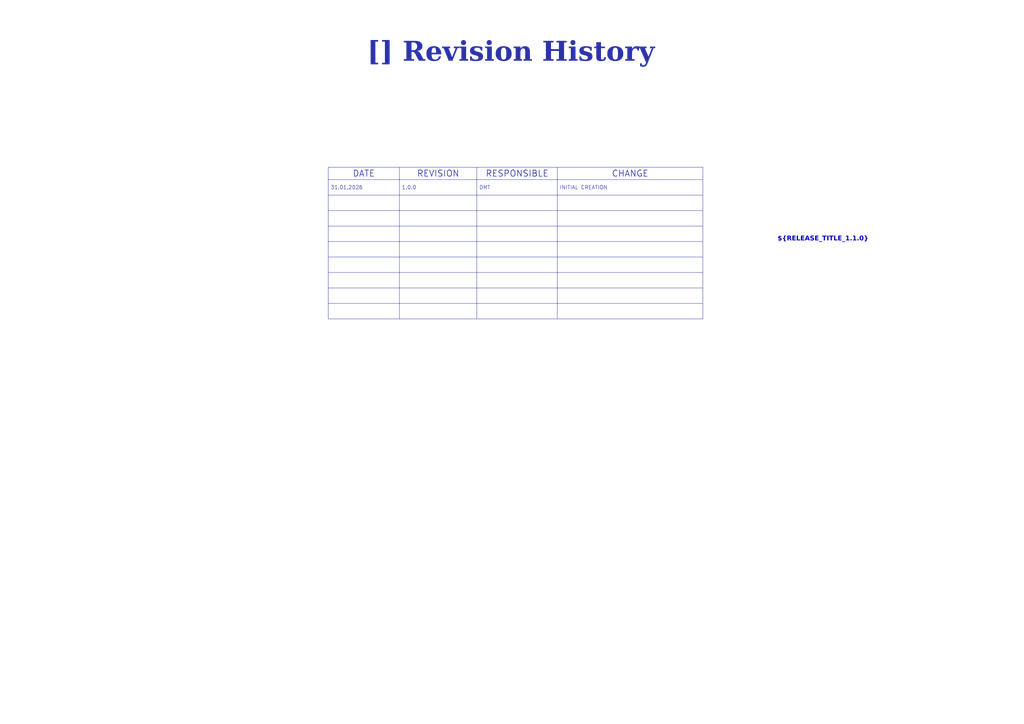
<source format=kicad_sch>
(kicad_sch
	(version 20250114)
	(generator "eeschema")
	(generator_version "9.0")
	(uuid "ea8c4f5e-7a49-4faf-a994-dbc85ed86b0a")
	(paper "A3")
	(title_block
		(title "Revision History")
		(date "2026-01-31")
		(rev "${REVISION}")
		(company "${COMPANY}")
	)
	(lib_symbols)
	(text_box "[${#}] ${TITLE}"
		(exclude_from_sim no)
		(at 12.7 15.24 0)
		(size 393.7 12.7)
		(margins 4.4999 4.4999 4.4999 4.4999)
		(stroke
			(width -0.0001)
			(type solid)
		)
		(fill
			(type none)
		)
		(effects
			(font
				(face "Times New Roman")
				(size 8 8)
				(thickness 1.2)
				(bold yes)
				(color 43 49 168 1)
			)
		)
		(uuid "20a0a094-ac98-46df-bdac-21d5721f7697")
	)
	(text_box "${RELEASE_TITLE_1.1.0}"
		(exclude_from_sim no)
		(at 317.5 95.25 0)
		(size 57.15 7.62)
		(margins 1.4287 1.4287 1.4287 1.4287)
		(stroke
			(width -0.0001)
			(type default)
		)
		(fill
			(type none)
		)
		(effects
			(font
				(face "Arial")
				(size 1.905 1.905)
				(thickness 0.254)
				(bold yes)
			)
			(justify left top)
		)
		(uuid "f47af890-f55a-44bf-b54f-b7df3adde008")
	)
	(table
		(column_count 4)
		(border
			(external yes)
			(header yes)
			(stroke
				(width 0)
				(type solid)
				(color 43 49 168 1)
			)
		)
		(separators
			(rows yes)
			(cols yes)
			(stroke
				(width 0)
				(type solid)
				(color 43 49 168 1)
			)
		)
		(column_widths 29.21 31.75 33.02 59.69)
		(row_heights 5.08 6.35 6.35 6.35 6.35 6.35 6.35 6.35 6.35 6.35)
		(cells
			(table_cell "DATE"
				(exclude_from_sim no)
				(at 134.62 68.58 0)
				(size 29.21 5.08)
				(margins 0.9525 0.9525 0.9525 0.9525)
				(span 1 1)
				(fill
					(type none)
				)
				(effects
					(font
						(size 2.54 2.54)
						(thickness 0.254)
						(bold yes)
						(color 43 49 168 1)
					)
				)
				(uuid "16d3312a-dd6f-4b7b-9fa6-38979e59d98e")
			)
			(table_cell "REVISION"
				(exclude_from_sim no)
				(at 163.83 68.58 0)
				(size 31.75 5.08)
				(margins 0.9525 0.9525 0.9525 0.9525)
				(span 1 1)
				(fill
					(type none)
				)
				(effects
					(font
						(size 2.54 2.54)
						(thickness 0.254)
						(bold yes)
						(color 43 49 168 1)
					)
				)
				(uuid "6cc6e718-7cfc-4fff-a1bf-3657f4bf5fd3")
			)
			(table_cell "RESPONSIBLE"
				(exclude_from_sim no)
				(at 195.58 68.58 0)
				(size 33.02 5.08)
				(margins 0.9525 0.9525 0.9525 0.9525)
				(span 1 1)
				(fill
					(type none)
				)
				(effects
					(font
						(size 2.54 2.54)
						(thickness 0.254)
						(bold yes)
						(color 43 49 168 1)
					)
				)
				(uuid "693f57fd-a39f-4138-abba-78c321743fcc")
			)
			(table_cell "CHANGE"
				(exclude_from_sim no)
				(at 228.6 68.58 0)
				(size 59.69 5.08)
				(margins 0.9525 0.9525 0.9525 0.9525)
				(span 1 1)
				(fill
					(type none)
				)
				(effects
					(font
						(size 2.54 2.54)
						(thickness 0.254)
						(bold yes)
						(color 43 49 168 1)
					)
				)
				(uuid "2c374fd7-404f-4487-a550-6559a77409ac")
			)
			(table_cell "31.01.2026"
				(exclude_from_sim no)
				(at 134.62 73.66 0)
				(size 29.21 6.35)
				(margins 0.9525 0.9525 0.9525 0.9525)
				(span 1 1)
				(fill
					(type none)
				)
				(effects
					(font
						(size 1.524 1.524)
						(color 43 49 168 1)
					)
					(justify left)
				)
				(uuid "dfc021c2-fd96-4e49-8a52-8d8665dc49f2")
			)
			(table_cell "1.0.0"
				(exclude_from_sim no)
				(at 163.83 73.66 0)
				(size 31.75 6.35)
				(margins 0.9525 0.9525 0.9525 0.9525)
				(span 1 1)
				(fill
					(type none)
				)
				(effects
					(font
						(size 1.524 1.524)
						(color 43 49 168 1)
					)
					(justify left)
				)
				(uuid "a86f2bb3-da39-4ed5-b3e7-5200eac4e4fd")
			)
			(table_cell "DMT"
				(exclude_from_sim no)
				(at 195.58 73.66 0)
				(size 33.02 6.35)
				(margins 0.9525 0.9525 0.9525 0.9525)
				(span 1 1)
				(fill
					(type none)
				)
				(effects
					(font
						(size 1.524 1.524)
						(color 43 49 168 1)
					)
					(justify left)
				)
				(uuid "8a47b5a1-1d7d-415a-a3d8-8e00f425fd9a")
			)
			(table_cell "INITIAL CREATION"
				(exclude_from_sim no)
				(at 228.6 73.66 0)
				(size 59.69 6.35)
				(margins 0.9525 0.9525 0.9525 0.9525)
				(span 1 1)
				(fill
					(type none)
				)
				(effects
					(font
						(size 1.524 1.524)
						(color 43 49 168 1)
					)
					(justify left)
				)
				(uuid "fa542104-d51f-4d7a-88f9-cec2d6fb4108")
			)
			(table_cell ""
				(exclude_from_sim no)
				(at 134.62 80.01 0)
				(size 29.21 6.35)
				(margins 0.9525 0.9525 0.9525 0.9525)
				(span 1 1)
				(fill
					(type none)
				)
				(effects
					(font
						(size 1.524 1.524)
						(color 43 49 168 1)
					)
					(justify left)
				)
				(uuid "e42ffa47-4e45-4c87-98ea-1e4560e65b0c")
			)
			(table_cell ""
				(exclude_from_sim no)
				(at 163.83 80.01 0)
				(size 31.75 6.35)
				(margins 0.9525 0.9525 0.9525 0.9525)
				(span 1 1)
				(fill
					(type none)
				)
				(effects
					(font
						(size 1.524 1.524)
						(color 43 49 168 1)
					)
					(justify left)
				)
				(uuid "c5eb51ab-37c1-40b1-bbc4-968bdf5c2767")
			)
			(table_cell ""
				(exclude_from_sim no)
				(at 195.58 80.01 0)
				(size 33.02 6.35)
				(margins 0.9525 0.9525 0.9525 0.9525)
				(span 1 1)
				(fill
					(type none)
				)
				(effects
					(font
						(size 1.524 1.524)
						(color 43 49 168 1)
					)
					(justify left)
				)
				(uuid "f6810b22-ac18-4310-9d50-005e705f77c4")
			)
			(table_cell ""
				(exclude_from_sim no)
				(at 228.6 80.01 0)
				(size 59.69 6.35)
				(margins 0.9525 0.9525 0.9525 0.9525)
				(span 1 1)
				(fill
					(type none)
				)
				(effects
					(font
						(size 1.524 1.524)
						(color 43 49 168 1)
					)
					(justify left)
				)
				(uuid "fea7abcc-e785-405b-a857-42485568bb27")
			)
			(table_cell ""
				(exclude_from_sim no)
				(at 134.62 86.36 0)
				(size 29.21 6.35)
				(margins 0.9525 0.9525 0.9525 0.9525)
				(span 1 1)
				(fill
					(type none)
				)
				(effects
					(font
						(size 1.524 1.524)
						(color 43 49 168 1)
					)
					(justify left)
				)
				(uuid "314ef04e-31da-433d-9fca-5cb78c826994")
			)
			(table_cell ""
				(exclude_from_sim no)
				(at 163.83 86.36 0)
				(size 31.75 6.35)
				(margins 0.9525 0.9525 0.9525 0.9525)
				(span 1 1)
				(fill
					(type none)
				)
				(effects
					(font
						(size 1.524 1.524)
						(color 43 49 168 1)
					)
					(justify left)
				)
				(uuid "05e10494-0e22-4e0d-82b5-cc1ac8351115")
			)
			(table_cell ""
				(exclude_from_sim no)
				(at 195.58 86.36 0)
				(size 33.02 6.35)
				(margins 0.9525 0.9525 0.9525 0.9525)
				(span 1 1)
				(fill
					(type none)
				)
				(effects
					(font
						(size 1.524 1.524)
						(color 43 49 168 1)
					)
					(justify left)
				)
				(uuid "6a73efd4-07c3-4feb-a275-7943358091d8")
			)
			(table_cell ""
				(exclude_from_sim no)
				(at 228.6 86.36 0)
				(size 59.69 6.35)
				(margins 0.9525 0.9525 0.9525 0.9525)
				(span 1 1)
				(fill
					(type none)
				)
				(effects
					(font
						(size 1.524 1.524)
						(color 43 49 168 1)
					)
					(justify left)
				)
				(uuid "34f58478-2403-400e-8379-f0f62275324b")
			)
			(table_cell ""
				(exclude_from_sim no)
				(at 134.62 92.71 0)
				(size 29.21 6.35)
				(margins 0.9525 0.9525 0.9525 0.9525)
				(span 1 1)
				(fill
					(type none)
				)
				(effects
					(font
						(size 1.524 1.524)
						(color 43 49 168 1)
					)
					(justify left)
				)
				(uuid "3e6931cd-d340-44cd-9fb4-169143e21baf")
			)
			(table_cell ""
				(exclude_from_sim no)
				(at 163.83 92.71 0)
				(size 31.75 6.35)
				(margins 0.9525 0.9525 0.9525 0.9525)
				(span 1 1)
				(fill
					(type none)
				)
				(effects
					(font
						(size 1.524 1.524)
						(color 43 49 168 1)
					)
					(justify left)
				)
				(uuid "6751def7-b039-450d-8bd0-3551086c1e93")
			)
			(table_cell ""
				(exclude_from_sim no)
				(at 195.58 92.71 0)
				(size 33.02 6.35)
				(margins 0.9525 0.9525 0.9525 0.9525)
				(span 1 1)
				(fill
					(type none)
				)
				(effects
					(font
						(size 1.524 1.524)
						(color 43 49 168 1)
					)
					(justify left)
				)
				(uuid "8b197c3a-9872-4348-bd75-8991d9699322")
			)
			(table_cell ""
				(exclude_from_sim no)
				(at 228.6 92.71 0)
				(size 59.69 6.35)
				(margins 0.9525 0.9525 0.9525 0.9525)
				(span 1 1)
				(fill
					(type none)
				)
				(effects
					(font
						(size 1.524 1.524)
						(color 43 49 168 1)
					)
					(justify left)
				)
				(uuid "35725703-dfd6-4e6d-900a-be7133b7b1ab")
			)
			(table_cell ""
				(exclude_from_sim no)
				(at 134.62 99.06 0)
				(size 29.21 6.35)
				(margins 0.9525 0.9525 0.9525 0.9525)
				(span 1 1)
				(fill
					(type none)
				)
				(effects
					(font
						(size 1.524 1.524)
						(color 43 49 168 1)
					)
					(justify left)
				)
				(uuid "27b3661c-8efd-4985-bb11-a7b8468cac88")
			)
			(table_cell ""
				(exclude_from_sim no)
				(at 163.83 99.06 0)
				(size 31.75 6.35)
				(margins 0.9525 0.9525 0.9525 0.9525)
				(span 1 1)
				(fill
					(type none)
				)
				(effects
					(font
						(size 1.524 1.524)
						(color 43 49 168 1)
					)
					(justify left)
				)
				(uuid "d15acc23-7267-48b7-917e-4c6b7c7a1699")
			)
			(table_cell ""
				(exclude_from_sim no)
				(at 195.58 99.06 0)
				(size 33.02 6.35)
				(margins 0.9525 0.9525 0.9525 0.9525)
				(span 1 1)
				(fill
					(type none)
				)
				(effects
					(font
						(size 1.524 1.524)
						(color 43 49 168 1)
					)
					(justify left)
				)
				(uuid "f114fbf9-610d-4e6a-b9d6-a113a0b17089")
			)
			(table_cell ""
				(exclude_from_sim no)
				(at 228.6 99.06 0)
				(size 59.69 6.35)
				(margins 0.9525 0.9525 0.9525 0.9525)
				(span 1 1)
				(fill
					(type none)
				)
				(effects
					(font
						(size 1.524 1.524)
						(color 43 49 168 1)
					)
					(justify left)
				)
				(uuid "fd960594-db21-4860-a159-307eff1e2394")
			)
			(table_cell ""
				(exclude_from_sim no)
				(at 134.62 105.41 0)
				(size 29.21 6.35)
				(margins 0.9525 0.9525 0.9525 0.9525)
				(span 1 1)
				(fill
					(type none)
				)
				(effects
					(font
						(size 1.524 1.524)
						(color 43 49 168 1)
					)
					(justify left)
				)
				(uuid "5f3fada5-ee71-4b9b-ac20-d48126302948")
			)
			(table_cell ""
				(exclude_from_sim no)
				(at 163.83 105.41 0)
				(size 31.75 6.35)
				(margins 0.9525 0.9525 0.9525 0.9525)
				(span 1 1)
				(fill
					(type none)
				)
				(effects
					(font
						(size 1.524 1.524)
						(color 43 49 168 1)
					)
					(justify left)
				)
				(uuid "a75d524f-ec0d-41ad-bcdd-4d92f8b54699")
			)
			(table_cell ""
				(exclude_from_sim no)
				(at 195.58 105.41 0)
				(size 33.02 6.35)
				(margins 0.9525 0.9525 0.9525 0.9525)
				(span 1 1)
				(fill
					(type none)
				)
				(effects
					(font
						(size 1.524 1.524)
						(color 43 49 168 1)
					)
					(justify left)
				)
				(uuid "2c18f980-867d-4d64-9a38-ae19d01ebaac")
			)
			(table_cell ""
				(exclude_from_sim no)
				(at 228.6 105.41 0)
				(size 59.69 6.35)
				(margins 0.9525 0.9525 0.9525 0.9525)
				(span 1 1)
				(fill
					(type none)
				)
				(effects
					(font
						(size 1.524 1.524)
						(color 43 49 168 1)
					)
					(justify left)
				)
				(uuid "2fee5611-1ec1-4225-ba7b-97813ac0ed7d")
			)
			(table_cell ""
				(exclude_from_sim no)
				(at 134.62 111.76 0)
				(size 29.21 6.35)
				(margins 0.9525 0.9525 0.9525 0.9525)
				(span 1 1)
				(fill
					(type none)
				)
				(effects
					(font
						(size 1.524 1.524)
						(color 43 49 168 1)
					)
					(justify left)
				)
				(uuid "61d7d810-d983-47a5-816e-de34721cc934")
			)
			(table_cell ""
				(exclude_from_sim no)
				(at 163.83 111.76 0)
				(size 31.75 6.35)
				(margins 0.9525 0.9525 0.9525 0.9525)
				(span 1 1)
				(fill
					(type none)
				)
				(effects
					(font
						(size 1.524 1.524)
						(color 43 49 168 1)
					)
					(justify left)
				)
				(uuid "50077eb1-bdf8-437a-b587-93246555991f")
			)
			(table_cell ""
				(exclude_from_sim no)
				(at 195.58 111.76 0)
				(size 33.02 6.35)
				(margins 0.9525 0.9525 0.9525 0.9525)
				(span 1 1)
				(fill
					(type none)
				)
				(effects
					(font
						(size 1.524 1.524)
						(color 43 49 168 1)
					)
					(justify left)
				)
				(uuid "1c8b2960-f010-4f0a-92fb-76b19de8dca0")
			)
			(table_cell ""
				(exclude_from_sim no)
				(at 228.6 111.76 0)
				(size 59.69 6.35)
				(margins 0.9525 0.9525 0.9525 0.9525)
				(span 1 1)
				(fill
					(type none)
				)
				(effects
					(font
						(size 1.524 1.524)
						(color 43 49 168 1)
					)
					(justify left)
				)
				(uuid "199316ce-fb9a-486e-ac8b-939e0961b3dc")
			)
			(table_cell ""
				(exclude_from_sim no)
				(at 134.62 118.11 0)
				(size 29.21 6.35)
				(margins 0.9525 0.9525 0.9525 0.9525)
				(span 1 1)
				(fill
					(type none)
				)
				(effects
					(font
						(size 1.524 1.524)
						(color 43 49 168 1)
					)
					(justify left)
				)
				(uuid "4c32011a-c945-431a-88d0-09aef55cbd21")
			)
			(table_cell ""
				(exclude_from_sim no)
				(at 163.83 118.11 0)
				(size 31.75 6.35)
				(margins 0.9525 0.9525 0.9525 0.9525)
				(span 1 1)
				(fill
					(type none)
				)
				(effects
					(font
						(size 1.524 1.524)
						(color 43 49 168 1)
					)
					(justify left)
				)
				(uuid "06504ee7-00b7-49be-ae90-a5ecfb2daaec")
			)
			(table_cell ""
				(exclude_from_sim no)
				(at 195.58 118.11 0)
				(size 33.02 6.35)
				(margins 0.9525 0.9525 0.9525 0.9525)
				(span 1 1)
				(fill
					(type none)
				)
				(effects
					(font
						(size 1.524 1.524)
						(color 43 49 168 1)
					)
					(justify left)
				)
				(uuid "2fb318fa-a7fa-4e5d-ae06-4e04c534fb2c")
			)
			(table_cell ""
				(exclude_from_sim no)
				(at 228.6 118.11 0)
				(size 59.69 6.35)
				(margins 0.9525 0.9525 0.9525 0.9525)
				(span 1 1)
				(fill
					(type none)
				)
				(effects
					(font
						(size 1.524 1.524)
						(color 43 49 168 1)
					)
					(justify left)
				)
				(uuid "e0f6a796-d4cf-4874-bf47-53cf30fb9291")
			)
			(table_cell ""
				(exclude_from_sim no)
				(at 134.62 124.46 0)
				(size 29.21 6.35)
				(margins 0.9525 0.9525 0.9525 0.9525)
				(span 1 1)
				(fill
					(type none)
				)
				(effects
					(font
						(size 1.524 1.524)
						(color 43 49 168 1)
					)
					(justify left)
				)
				(uuid "728ed11b-c87e-4a4e-a7d8-9dbe073d4468")
			)
			(table_cell ""
				(exclude_from_sim no)
				(at 163.83 124.46 0)
				(size 31.75 6.35)
				(margins 0.9525 0.9525 0.9525 0.9525)
				(span 1 1)
				(fill
					(type none)
				)
				(effects
					(font
						(size 1.524 1.524)
						(color 43 49 168 1)
					)
					(justify left)
				)
				(uuid "ca071c46-dcc2-4584-b2ee-4cc3e7086bb4")
			)
			(table_cell ""
				(exclude_from_sim no)
				(at 195.58 124.46 0)
				(size 33.02 6.35)
				(margins 0.9525 0.9525 0.9525 0.9525)
				(span 1 1)
				(fill
					(type none)
				)
				(effects
					(font
						(size 1.524 1.524)
						(color 43 49 168 1)
					)
					(justify left)
				)
				(uuid "6de247db-3a24-4dee-a3df-d11d072a8736")
			)
			(table_cell ""
				(exclude_from_sim no)
				(at 228.6 124.46 0)
				(size 59.69 6.35)
				(margins 0.9525 0.9525 0.9525 0.9525)
				(span 1 1)
				(fill
					(type none)
				)
				(effects
					(font
						(size 1.524 1.524)
						(color 43 49 168 1)
					)
					(justify left)
				)
				(uuid "f90e4358-3658-4d7f-85d4-01679df79d33")
			)
		)
	)
)

</source>
